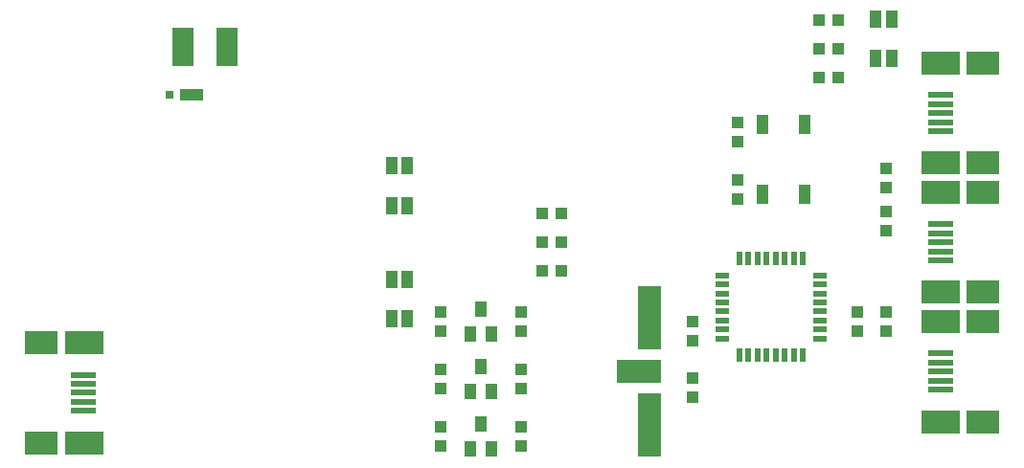
<source format=gtp>
G75*
G70*
%OFA0B0*%
%FSLAX24Y24*%
%IPPOS*%
%LPD*%
%AMOC8*
5,1,8,0,0,1.08239X$1,22.5*
%
%ADD10R,0.0500X0.0220*%
%ADD11R,0.0220X0.0500*%
%ADD12R,0.0433X0.0709*%
%ADD13R,0.0433X0.0394*%
%ADD14R,0.0394X0.0433*%
%ADD15R,0.0827X0.2205*%
%ADD16R,0.1575X0.0827*%
%ADD17R,0.1181X0.0807*%
%ADD18R,0.1378X0.0807*%
%ADD19R,0.0886X0.0197*%
%ADD20R,0.0394X0.0551*%
%ADD21R,0.0748X0.1339*%
%ADD22R,0.0787X0.0433*%
%ADD23R,0.0315X0.0315*%
%ADD24R,0.0394X0.0591*%
D10*
X026497Y009585D03*
X026497Y009900D03*
X026497Y010215D03*
X026497Y010530D03*
X026497Y010845D03*
X026497Y011160D03*
X026497Y011474D03*
X026497Y011789D03*
X029877Y011789D03*
X029877Y011474D03*
X029877Y011160D03*
X029877Y010845D03*
X029877Y010530D03*
X029877Y010215D03*
X029877Y009900D03*
X029877Y009585D03*
D11*
X029289Y008997D03*
X028974Y008997D03*
X028660Y008997D03*
X028345Y008997D03*
X028030Y008997D03*
X027715Y008997D03*
X027400Y008997D03*
X027085Y008997D03*
X027085Y012377D03*
X027400Y012377D03*
X027715Y012377D03*
X028030Y012377D03*
X028345Y012377D03*
X028660Y012377D03*
X028974Y012377D03*
X029289Y012377D03*
D12*
X029344Y014596D03*
X027887Y014596D03*
X027887Y017037D03*
X029344Y017037D03*
D13*
X027027Y017122D03*
X027027Y016452D03*
X032187Y015522D03*
X032187Y014852D03*
X032187Y014022D03*
X032187Y013352D03*
X032187Y010522D03*
X032187Y009852D03*
X019487Y009852D03*
X019487Y010522D03*
X019487Y008522D03*
X019487Y007852D03*
X019487Y006522D03*
X019487Y005852D03*
X016687Y005852D03*
X016687Y006522D03*
X016687Y007852D03*
X016687Y008522D03*
X016687Y009852D03*
X016687Y010522D03*
D14*
X020232Y011937D03*
X020902Y011937D03*
X020902Y012937D03*
X020232Y012937D03*
X020232Y013937D03*
X020902Y013937D03*
X025467Y010182D03*
X025467Y009512D03*
X025467Y008222D03*
X025467Y007552D03*
X031187Y009852D03*
X031187Y010522D03*
X027027Y014452D03*
X027027Y015122D03*
X029852Y018687D03*
X030522Y018687D03*
X030522Y019687D03*
X029852Y019687D03*
X029852Y020687D03*
X030522Y020687D03*
D15*
X023961Y010309D03*
X023961Y006569D03*
D16*
X023587Y008439D03*
D17*
X002797Y005955D03*
X002797Y009439D03*
X035573Y010177D03*
X035573Y011197D03*
X035573Y014681D03*
X035573Y015697D03*
X035573Y019181D03*
X035573Y006693D03*
D18*
X034097Y006693D03*
X034097Y010177D03*
X034097Y011197D03*
X034097Y014681D03*
X034097Y015697D03*
X034097Y019181D03*
X004274Y009439D03*
X004274Y005955D03*
D19*
X004264Y007067D03*
X004264Y007382D03*
X004264Y007697D03*
X004264Y008012D03*
X004264Y008327D03*
X034106Y008435D03*
X034106Y008120D03*
X034106Y007805D03*
X034106Y008750D03*
X034106Y009065D03*
X034106Y012309D03*
X034106Y012624D03*
X034106Y012939D03*
X034106Y013254D03*
X034106Y013569D03*
X034106Y016809D03*
X034106Y017124D03*
X034106Y017439D03*
X034106Y017754D03*
X034106Y018069D03*
D20*
X018461Y009754D03*
X017713Y009754D03*
X018087Y010620D03*
X018087Y008620D03*
X017713Y007754D03*
X018461Y007754D03*
X018087Y006620D03*
X017713Y005754D03*
X018461Y005754D03*
D21*
X009245Y019757D03*
X007709Y019757D03*
D22*
X008017Y018077D03*
D23*
X007269Y018077D03*
D24*
X014974Y015595D03*
X015526Y015595D03*
X015526Y014217D03*
X014974Y014217D03*
X014974Y011658D03*
X015526Y011658D03*
X015526Y010280D03*
X014974Y010280D03*
X031833Y019335D03*
X032384Y019335D03*
X032384Y020713D03*
X031833Y020713D03*
M02*

</source>
